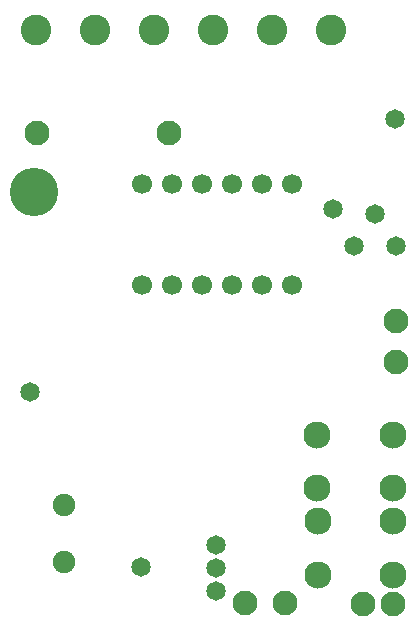
<source format=gbr>
%FSLAX34Y34*%
%MOMM*%
%LNSOLDERMASK_TOP*%
G71*
G01*
%ADD10C, 2.300*%
%ADD11C, 2.600*%
%ADD12C, 1.900*%
%ADD13C, 1.700*%
%ADD14C, 2.100*%
%ADD15C, 1.650*%
%ADD16C, 4.100*%
%LPD*%
X333100Y-419788D02*
G54D10*
D03*
X268806Y-419788D02*
G54D10*
D03*
X333100Y-374544D02*
G54D10*
D03*
X268806Y-374544D02*
G54D10*
D03*
X180494Y-31744D02*
G54D11*
D03*
X80494Y-31744D02*
G54D11*
D03*
X130494Y-31744D02*
G54D11*
D03*
X230494Y-31744D02*
G54D11*
D03*
X280494Y-31744D02*
G54D11*
D03*
X269275Y-447756D02*
G54D10*
D03*
X333569Y-447756D02*
G54D10*
D03*
X269275Y-493000D02*
G54D10*
D03*
X333569Y-493000D02*
G54D10*
D03*
X54388Y-434031D02*
G54D12*
D03*
X54388Y-482431D02*
G54D12*
D03*
X30494Y-31744D02*
G54D11*
D03*
X247938Y-161925D02*
G54D13*
D03*
X222538Y-161925D02*
G54D13*
D03*
X197138Y-161925D02*
G54D13*
D03*
X171738Y-161925D02*
G54D13*
D03*
X146338Y-161925D02*
G54D13*
D03*
X120938Y-161925D02*
G54D13*
D03*
X247938Y-247650D02*
G54D13*
D03*
X222538Y-247650D02*
G54D13*
D03*
X197138Y-247650D02*
G54D13*
D03*
X171738Y-247650D02*
G54D13*
D03*
X146338Y-247650D02*
G54D13*
D03*
X120938Y-247650D02*
G54D13*
D03*
X335456Y-278388D02*
G54D14*
D03*
X335456Y-312519D02*
G54D14*
D03*
X308038Y-517325D02*
G54D14*
D03*
X333438Y-517325D02*
G54D14*
D03*
X241588Y-516731D02*
G54D14*
D03*
X207456Y-516731D02*
G54D14*
D03*
X32012Y-119162D02*
G54D14*
D03*
X143138Y-119162D02*
G54D14*
D03*
X182956Y-467519D02*
G54D15*
D03*
X182956Y-487162D02*
G54D15*
D03*
X182956Y-506412D02*
G54D15*
D03*
X25794Y-338138D02*
G54D15*
D03*
X119456Y-486369D02*
G54D15*
D03*
X334562Y-107156D02*
G54D15*
D03*
X317894Y-187325D02*
G54D15*
D03*
X282175Y-183356D02*
G54D15*
D03*
X300431Y-214312D02*
G54D15*
D03*
X335356Y-214312D02*
G54D15*
D03*
X29369Y-169069D02*
G54D16*
D03*
M02*

</source>
